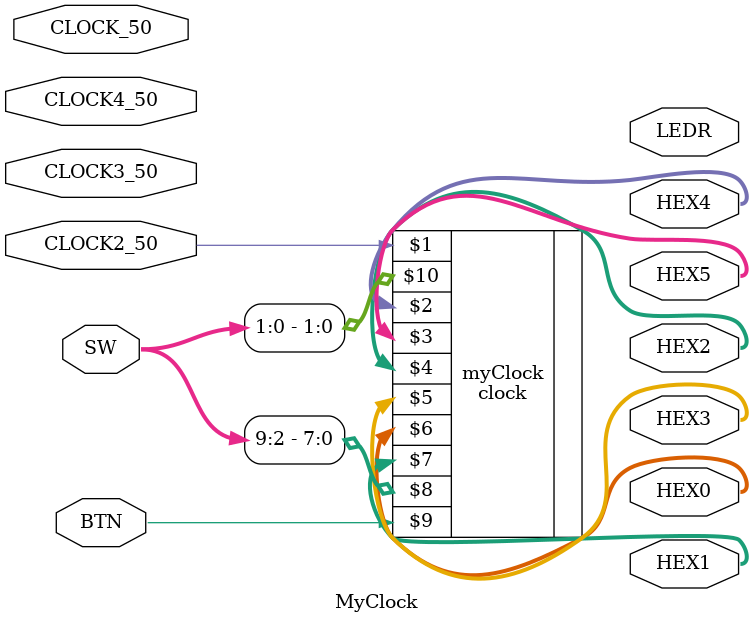
<source format=v>

module MyClock(

	//////////// CLOCK //////////
	input 		          		CLOCK2_50,
	input 		          		CLOCK3_50,
	input 		          		CLOCK4_50,
	input 		          		CLOCK_50,

	//////////// SW //////////
	input 		     [9:0]		SW,
	input								BTN,

	//////////// LED //////////
	output		     [9:0]		LEDR,

	//////////// Seg7 //////////
	output		     [6:0]		HEX0,
	output		     [6:0]		HEX1,
	output		     [6:0]		HEX2,
	output		     [6:0]		HEX3,
	output		     [6:0]		HEX4,
	output		     [6:0]		HEX5
);

//=======================================================
//  REG/WIRE declarations
//=======================================================

clock myClock (CLOCK2_50,HEX4,HEX5,HEX2,HEX3,HEX0,HEX1,SW[9:2],BTN,SW[1:0]);

//=======================================================
//  Structural coding
//=======================================================
endmodule




</source>
